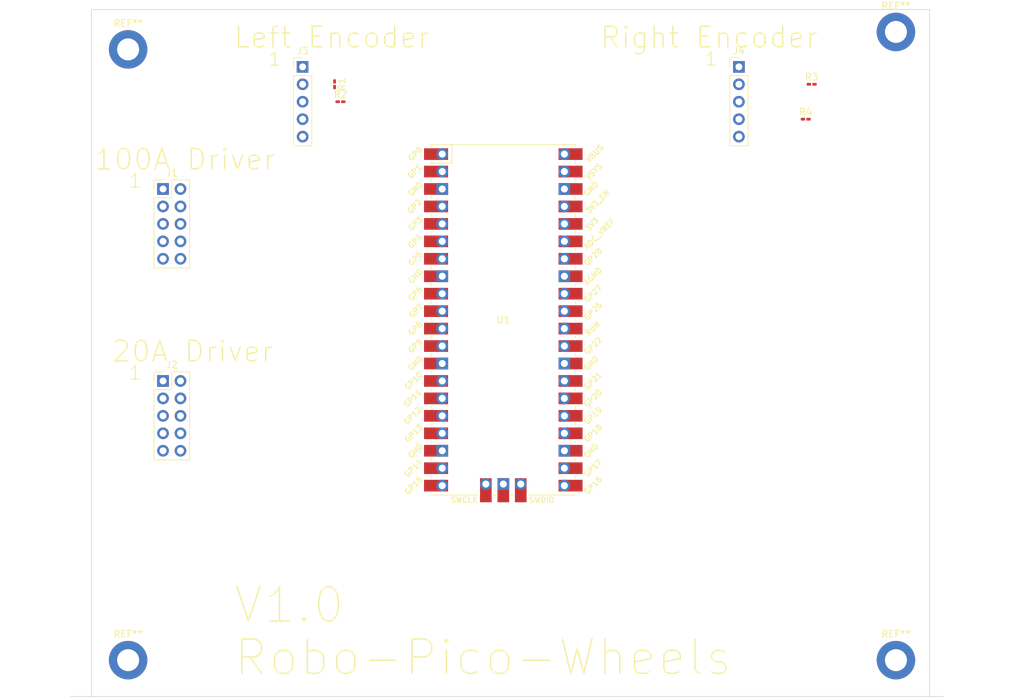
<source format=kicad_pcb>
(kicad_pcb (version 20221018) (generator pcbnew)
  (layers (0 "F.Cu" signal) (31 "B.Cu" signal) (34 "B.Paste" user) (35 "F.Paste" user) (36 "B.SilkS" user "B.Silkscreen") (37 "F.SilkS" user "F.Silkscreen") (38 "B.Mask" user) (39 "F.Mask" user) (44 "Edge.Cuts" user))
  (net 0 "")
  (net 1 "GND")
  (net 3 "/LEFTDIRA")
  (net 4 "/RIGHTDIRA")
  (net 5 "/LEFTDIRB")
  (net 6 "/RIGHTDIRB")
  (net 7 "/PWM_LEFT")
  (net 8 "/PWM_RIGHT")
  (net 9 "+5V")
  (net 11 "/LEFTENCA")
  (net 12 "/LEFTENCB")
  (net 13 "/RIGHTENCA")
  (net 14 "/RIGHTENCB")
  (net 15 "+3.3V")
  (footprint "MountingHole:MountingHole_3.2mm_M3_DIN965_Pad_TopBottom" (layer "F.Cu") (at 165.1 48.26)
    (fp_text reference "REF**" (at 0 -3.8) (layer "F.SilkS"))
    (fp_text value "MountingHole_3.2mm_M3_DIN965_Pad_TopBottom")
    (pad "1" thru_hole circle (at 0 0) (size 3.6 3.6) (drill 3.2) (layers "*.Cu" "*.Mask"))
    (pad "1" connect circle (at 0 0) (size 5.6 5.6) (layers "F.Cu" "F.Mask"))
    (pad "1" connect circle (at 0 0) (size 5.6 5.6) (layers "B.Cu" "B.Mask"))
  )
  (footprint "Resistor_SMD:R_0201_0603Metric_Pad0.64x0.40mm_HandSolder" (layer "F.Cu") (at 83.3875 55.88 -90)
    (fp_text reference "R1" (at 0 -1.05 90) (layer "F.SilkS"))
    (fp_text value "4.7K")
    (pad "1" smd roundrect (at -0.4075 0 270) (size 0.635 0.4) (layers "F.Cu" "F.Mask") (net 15 "+3.3V"))
    (pad "2" smd roundrect (at 0.4075 0 270) (size 0.635 0.4) (layers "F.Cu" "F.Mask") (net 11 "/LEFTENCA"))
  )
  (footprint "MCU_RaspberryPi_and_Boards:RPi_Pico_SMD_TH" (layer "F.Cu") (at 107.95 90.17)
    (fp_text reference "U1" (at 0 0) (layer "F.SilkS"))
    (fp_text value "Pico")
    (fp_text user "GP27" (at 13.054 -3.8 45) (layer "F.SilkS") (effects (font (size 0.8 0.8))))
    (fp_text user "GP17" (at 13.054 21.59 45) (layer "F.SilkS") (effects (font (size 0.8 0.8))))
    (fp_text user "GP18" (at 13.054 16.51 45) (layer "F.SilkS") (effects (font (size 0.8 0.8))))
    (fp_text user "GP20" (at 13.054 11.43 45) (layer "F.SilkS") (effects (font (size 0.8 0.8))))
    (fp_text user "GND" (at -12.8 -6.35 45) (layer "F.SilkS") (effects (font (size 0.8 0.8))))
    (fp_text user "GP28" (at 13.054 -9.144 45) (layer "F.SilkS") (effects (font (size 0.8 0.8))))
    (fp_text user "GP8" (at -12.8 1.27 45) (layer "F.SilkS") (effects (font (size 0.8 0.8))))
    (fp_text user "GP16" (at 13.054 24.13 45) (layer "F.SilkS") (effects (font (size 0.8 0.8))))
    (fp_text user "GP1" (at -12.9 -21.6 45) (layer "F.SilkS") (effects (font (size 0.8 0.8))))
    (fp_text user "GP15" (at -13.054 24.13 45) (layer "F.SilkS") (effects (font (size 0.8 0.8))))
    (fp_text user "VSYS" (at 13.2 -21.59 45) (layer "F.SilkS") (effects (font (size 0.8 0.8))))
    (fp_text user "GP0" (at -12.8 -24.13 45) (layer "F.SilkS") (effects (font (size 0.8 0.8))))
    (fp_text user "3V3_EN" (at 13.7 -17.2 45) (layer "F.SilkS") (effects (font (size 0.8 0.8))))
    (fp_text user "ADC_VREF" (at 14 -12.5 45) (layer "F.SilkS") (effects (font (size 0.8 0.8))))
    (fp_text user "GP13" (at -13.054 16.51 45) (layer "F.SilkS") (effects (font (size 0.8 0.8))))
    (fp_text user "GP10" (at -13.054 8.89 45) (layer "F.SilkS") (effects (font (size 0.8 0.8))))
    (fp_text user "GP2" (at -12.9 -16.51 45) (layer "F.SilkS") (effects (font (size 0.8 0.8))))
    (fp_text user "SWDIO" (at 5.6 26.2) (layer "F.SilkS") (effects (font (size 0.8 0.8))))
    (fp_text user "3V3" (at 12.9 -13.9 45) (layer "F.SilkS") (effects (font (size 0.8 0.8))))
    (fp_text user "GND" (at 12.8 -19.05 45) (layer "F.SilkS") (effects (font (size 0.8 0.8))))
    (fp_text user "GP21" (at 13.054 8.9 45) (layer "F.SilkS") (effects (font (size 0.8 0.8))))
    (fp_text user "GP19" (at 13.054 13.97 45) (layer "F.SilkS") (effects (font (size 0.8 0.8))))
    (fp_text user "GP14" (at -13.1 21.59 45) (layer "F.SilkS") (effects (font (size 0.8 0.8))))
    (fp_text user "GP11" (at -13.2 11.43 45) (layer "F.SilkS") (effects (font (size 0.8 0.8))))
    (fp_text user "GP5" (at -12.8 -8.89 45) (layer "F.SilkS") (effects (font (size 0.8 0.8))))
    (fp_text user "GND" (at -12.8 -19.05 45) (layer "F.SilkS") (effects (font (size 0.8 0.8))))
    (fp_text user "GP26" (at 13.054 -1.27 45) (layer "F.SilkS") (effects (font (size 0.8 0.8))))
    (fp_text user "GND" (at -12.8 19.05 45) (layer "F.SilkS") (effects (font (size 0.8 0.8))))
    (fp_text user "GP4" (at -12.8 -11.43 45) (layer "F.SilkS") (effects (font (size 0.8 0.8))))
    (fp_text user "GP7" (at -12.7 -1.3 45) (layer "F.SilkS") (effects (font (size 0.8 0.8))))
    (fp_text user "GP6" (at -12.8 -3.81 45) (layer "F.SilkS") (effects (font (size 0.8 0.8))))
    (fp_text user "AGND" (at 13.054 -6.35 45) (layer "F.SilkS") (effects (font (size 0.8 0.8))))
    (fp_text user "GP9" (at -12.8 3.81 45) (layer "F.SilkS") (effects (font (size 0.8 0.8))))
    (fp_text user "SWCLK" (at -5.7 26.2) (layer "F.SilkS") (effects (font (size 0.8 0.8))))
    (fp_text user "GND" (at -12.8 6.35 45) (layer "F.SilkS") (effects (font (size 0.8 0.8))))
    (fp_text user "GP3" (at -12.8 -13.97 45) (layer "F.SilkS") (effects (font (size 0.8 0.8))))
    (fp_text user "GP12" (at -13.2 13.97 45) (layer "F.SilkS") (effects (font (size 0.8 0.8))))
    (fp_text user "RUN" (at 13 1.27 45) (layer "F.SilkS") (effects (font (size 0.8 0.8))))
    (fp_text user "GND" (at 12.8 19.05 45) (layer "F.SilkS") (effects (font (size 0.8 0.8))))
    (fp_text user "GND" (at 12.8 6.35 45) (layer "F.SilkS") (effects (font (size 0.8 0.8))))
    (fp_text user "GP22" (at 13.054 3.81 45) (layer "F.SilkS") (effects (font (size 0.8 0.8))))
    (fp_text user "VBUS" (at 13.3 -24.2 45) (layer "F.SilkS") (effects (font (size 0.8 0.8))))
    (fp_line (start -10.5 -25.5) (end -10.5 -25.2) (stroke (width 0.12)) (layer "F.SilkS"))
    (fp_line (start -10.5 -25.5) (end 10.5 -25.5) (stroke (width 0.12)) (layer "F.SilkS"))
    (fp_line (start -10.5 -23.1) (end -10.5 -22.7) (stroke (width 0.12)) (layer "F.SilkS"))
    (fp_line (start -10.5 -22.833) (end -7.493 -22.833) (stroke (width 0.12)) (layer "F.SilkS"))
    (fp_line (start -10.5 -20.5) (end -10.5 -20.1) (stroke (width 0.12)) (layer "F.SilkS"))
    (fp_line (start -10.5 -18) (end -10.5 -17.6) (stroke (width 0.12)) (layer "F.SilkS"))
    (fp_line (start -10.5 -15.4) (end -10.5 -15) (stroke (width 0.12)) (layer "F.SilkS"))
    (fp_line (start -10.5 -12.9) (end -10.5 -12.5) (stroke (width 0.12)) (layer "F.SilkS"))
    (fp_line (start -10.5 -10.4) (end -10.5 -10) (stroke (width 0.12)) (layer "F.SilkS"))
    (fp_line (start -10.5 -7.8) (end -10.5 -7.4) (stroke (width 0.12)) (layer "F.SilkS"))
    (fp_line (start -10.5 -5.3) (end -10.5 -4.9) (stroke (width 0.12)) (layer "F.SilkS"))
    (fp_line (start -10.5 -2.7) (end -10.5 -2.3) (stroke (width 0.12)) (layer "F.SilkS"))
    (fp_line (start -10.5 -0.2) (end -10.5 0.2) (stroke (width 0.12)) (layer "F.SilkS"))
    (fp_line (start -10.5 2.3) (end -10.5 2.7) (stroke (width 0.12)) (layer "F.SilkS"))
    (fp_line (start -10.5 4.9) (end -10.5 5.3) (stroke (width 0.12)) (layer "F.SilkS"))
    (fp_line (start -10.5 7.4) (end -10.5 7.8) (stroke (width 0.12)) (layer "F.SilkS"))
    (fp_line (start -10.5 10) (end -10.5 10.4) (stroke (width 0.12)) (layer "F.SilkS"))
    (fp_line (start -10.5 12.5) (end -10.5 12.9) (stroke (width 0.12)) (layer "F.SilkS"))
    (fp_line (start -10.5 15.1) (end -10.5 15.5) (stroke (width 0.12)) (layer "F.SilkS"))
    (fp_line (start -10.5 17.6) (end -10.5 18) (stroke (width 0.12)) (layer "F.SilkS"))
    (fp_line (start -10.5 20.1) (end -10.5 20.5) (stroke (width 0.12)) (layer "F.SilkS"))
    (fp_line (start -10.5 22.7) (end -10.5 23.1) (stroke (width 0.12)) (layer "F.SilkS"))
    (fp_line (start -7.493 -22.833) (end -7.493 -25.5) (stroke (width 0.12)) (layer "F.SilkS"))
    (fp_line (start -3.7 25.5) (end -10.5 25.5) (stroke (width 0.12)) (layer "F.SilkS"))
    (fp_line (start -1.5 25.5) (end -1.1 25.5) (stroke (width 0.12)) (layer "F.SilkS"))
    (fp_line (start 1.1 25.5) (end 1.5 25.5) (stroke (width 0.12)) (layer "F.SilkS"))
    (fp_line (start 10.5 -25.5) (end 10.5 -25.2) (stroke (width 0.12)) (layer "F.SilkS"))
    (fp_line (start 10.5 -23.1) (end 10.5 -22.7) (stroke (width 0.12)) (layer "F.SilkS"))
    (fp_line (start 10.5 -20.5) (end 10.5 -20.1) (stroke (width 0.12)) (layer "F.SilkS"))
    (fp_line (start 10.5 -18) (end 10.5 -17.6) (stroke (width 0.12)) (layer "F.SilkS"))
    (fp_line (start 10.5 -15.4) (end 10.5 -15) (stroke (width 0.12)) (layer "F.SilkS"))
    (fp_line (start 10.5 -12.9) (end 10.5 -12.5) (stroke (width 0.12)) (layer "F.SilkS"))
    (fp_line (start 10.5 -10.4) (end 10.5 -10) (stroke (width 0.12)) (layer "F.SilkS"))
    (fp_line (start 10.5 -7.8) (end 10.5 -7.4) (stroke (width 0.12)) (layer "F.SilkS"))
    (fp_line (start 10.5 -5.3) (end 10.5 -4.9) (stroke (width 0.12)) (layer "F.SilkS"))
    (fp_line (start 10.5 -2.7) (end 10.5 -2.3) (stroke (width 0.12)) (layer "F.SilkS"))
    (fp_line (start 10.5 -0.2) (end 10.5 0.2) (stroke (width 0.12)) (layer "F.SilkS"))
    (fp_line (start 10.5 2.3) (end 10.5 2.7) (stroke (width 0.12)) (layer "F.SilkS"))
    (fp_line (start 10.5 4.9) (end 10.5 5.3) (stroke (width 0.12)) (layer "F.SilkS"))
    (fp_line (start 10.5 7.4) (end 10.5 7.8) (stroke (width 0.12)) (layer "F.SilkS"))
    (fp_line (start 10.5 10) (end 10.5 10.4) (stroke (width 0.12)) (layer "F.SilkS"))
    (fp_line (start 10.5 12.5) (end 10.5 12.9) (stroke (width 0.12)) (layer "F.SilkS"))
    (fp_line (start 10.5 15.1) (end 10.5 15.5) (stroke (width 0.12)) (layer "F.SilkS"))
    (fp_line (start 10.5 17.6) (end 10.5 18) (stroke (width 0.12)) (layer "F.SilkS"))
    (fp_line (start 10.5 20.1) (end 10.5 20.5) (stroke (width 0.12)) (layer "F.SilkS"))
    (fp_line (start 10.5 22.7) (end 10.5 23.1) (stroke (width 0.12)) (layer "F.SilkS"))
    (fp_line (start 10.5 25.5) (end 3.7 25.5) (stroke (width 0.12)) (layer "F.SilkS"))
    (pad "" np_thru_hole oval (at -2.725 -24) (size 1.8 1.8) (drill 1.8) (layers "*.Cu" "*.Mask"))
    (pad "" np_thru_hole oval (at -2.425 -20.97) (size 1.5 1.5) (drill 1.5) (layers "*.Cu" "*.Mask"))
    (pad "" np_thru_hole oval (at 2.425 -20.97) (size 1.5 1.5) (drill 1.5) (layers "*.Cu" "*.Mask"))
    (pad "" np_thru_hole oval (at 2.725 -24) (size 1.8 1.8) (drill 1.8) (layers "*.Cu" "*.Mask"))
    (pad "1" thru_hole oval (at -8.89 -24.13) (size 1.7 1.7) (drill 1.02) (layers "*.Cu" "*.Mask"))
    (pad "1" smd rect (at -8.89 -24.13) (size 3.5 1.7) (drill (offset -0.9 0)) (layers "F.Cu" "F.Mask"))
    (pad "2" thru_hole oval (at -8.89 -21.59) (size 1.7 1.7) (drill 1.02) (layers "*.Cu" "*.Mask") (net 7 "/PWM_LEFT"))
    (pad "2" smd rect (at -8.89 -21.59) (size 3.5 1.7) (drill (offset -0.9 0)) (layers "F.Cu" "F.Mask") (net 7 "/PWM_LEFT"))
    (pad "3" thru_hole rect (at -8.89 -19.05) (size 1.7 1.7) (drill 1.02) (layers "*.Cu" "*.Mask") (net 1 "GND"))
    (pad "3" smd rect (at -8.89 -19.05) (size 3.5 1.7) (drill (offset -0.9 0)) (layers "F.Cu" "F.Mask") (net 1 "GND"))
    (pad "4" thru_hole oval (at -8.89 -16.51) (size 1.7 1.7) (drill 1.02) (layers "*.Cu" "*.Mask") (net 3 "/LEFTDIRA"))
    (pad "4" smd rect (at -8.89 -16.51) (size 3.5 1.7) (drill (offset -0.9 0)) (layers "F.Cu" "F.Mask") (net 3 "/LEFTDIRA"))
    (pad "5" thru_hole oval (at -8.89 -13.97) (size 1.7 1.7) (drill 1.02) (layers "*.Cu" "*.Mask") (net 5 "/LEFTDIRB"))
    (pad "5" smd rect (at -8.89 -13.97) (size 3.5 1.7) (drill (offset -0.9 0)) (layers "F.Cu" "F.Mask") (net 5 "/LEFTDIRB"))
    (pad "6" thru_hole oval (at -8.89 -11.43) (size 1.7 1.7) (drill 1.02) (layers "*.Cu" "*.Mask") (net 11 "/LEFTENCA"))
    (pad "6" smd rect (at -8.89 -11.43) (size 3.5 1.7) (drill (offset -0.9 0)) (layers "F.Cu" "F.Mask") (net 11 "/LEFTENCA"))
    (pad "7" thru_hole oval (at -8.89 -8.89) (size 1.7 1.7) (drill 1.02) (layers "*.Cu" "*.Mask") (net 12 "/LEFTENCB"))
    (pad "7" smd rect (at -8.89 -8.89) (size 3.5 1.7) (drill (offset -0.9 0)) (layers "F.Cu" "F.Mask") (net 12 "/LEFTENCB"))
    (pad "8" thru_hole rect (at -8.89 -6.35) (size 1.7 1.7) (drill 1.02) (layers "*.Cu" "*.Mask") (net 1 "GND"))
    (pad "8" smd rect (at -8.89 -6.35) (size 3.5 1.7) (drill (offset -0.9 0)) (layers "F.Cu" "F.Mask") (net 1 "GND"))
    (pad "9" thru_hole oval (at -8.89 -3.81) (size 1.7 1.7) (drill 1.02) (layers "*.Cu" "*.Mask") (net 13 "/RIGHTENCA"))
    (pad "9" smd rect (at -8.89 -3.81) (size 3.5 1.7) (drill (offset -0.9 0)) (layers "F.Cu" "F.Mask") (net 13 "/RIGHTENCA"))
    (pad "10" thru_hole oval (at -8.89 -1.27) (size 1.7 1.7) (drill 1.02) (layers "*.Cu" "*.Mask") (net 14 "/RIGHTENCB"))
    (pad "10" smd rect (at -8.89 -1.27) (size 3.5 1.7) (drill (offset -0.9 0)) (layers "F.Cu" "F.Mask") (net 14 "/RIGHTENCB"))
    (pad "11" thru_hole oval (at -8.89 1.27) (size 1.7 1.7) (drill 1.02) (layers "*.Cu" "*.Mask") (net 8 "/PWM_RIGHT"))
    (pad "11" smd rect (at -8.89 1.27) (size 3.5 1.7) (drill (offset -0.9 0)) (layers "F.Cu" "F.Mask") (net 8 "/PWM_RIGHT"))
    (pad "12" thru_hole oval (at -8.89 3.81) (size 1.7 1.7) (drill 1.02) (layers "*.Cu" "*.Mask") (net 4 "/RIGHTDIRA"))
    (pad "12" smd rect (at -8.89 3.81) (size 3.5 1.7) (drill (offset -0.9 0)) (layers "F.Cu" "F.Mask") (net 4 "/RIGHTDIRA"))
    (pad "13" thru_hole rect (at -8.89 6.35) (size 1.7 1.7) (drill 1.02) (layers "*.Cu" "*.Mask") (net 1 "GND"))
    (pad "13" smd rect (at -8.89 6.35) (size 3.5 1.7) (drill (offset -0.9 0)) (layers "F.Cu" "F.Mask") (net 1 "GND"))
    (pad "14" thru_hole oval (at -8.89 8.89) (size 1.7 1.7) (drill 1.02) (layers "*.Cu" "*.Mask") (net 6 "/RIGHTDIRB"))
    (pad "14" smd rect (at -8.89 8.89) (size 3.5 1.7) (drill (offset -0.9 0)) (layers "F.Cu" "F.Mask") (net 6 "/RIGHTDIRB"))
    (pad "15" thru_hole oval (at -8.89 11.43) (size 1.7 1.7) (drill 1.02) (layers "*.Cu" "*.Mask"))
    (pad "15" smd rect (at -8.89 11.43) (size 3.5 1.7) (drill (offset -0.9 0)) (layers "F.Cu" "F.Mask"))
    (pad "16" thru_hole oval (at -8.89 13.97) (size 1.7 1.7) (drill 1.02) (layers "*.Cu" "*.Mask"))
    (pad "16" smd rect (at -8.89 13.97) (size 3.5 1.7) (drill (offset -0.9 0)) (layers "F.Cu" "F.Mask"))
    (pad "17" thru_hole oval (at -8.89 16.51) (size 1.7 1.7) (drill 1.02) (layers "*.Cu" "*.Mask"))
    (pad "17" smd rect (at -8.89 16.51) (size 3.5 1.7) (drill (offset -0.9 0)) (layers "F.Cu" "F.Mask"))
    (pad "18" thru_hole rect (at -8.89 19.05) (size 1.7 1.7) (drill 1.02) (layers "*.Cu" "*.Mask") (net 1 "GND"))
    (pad "18" smd rect (at -8.89 19.05) (size 3.5 1.7) (drill (offset -0.9 0)) (layers "F.Cu" "F.Mask") (net 1 "GND"))
    (pad "19" thru_hole oval (at -8.89 21.59) (size 1.7 1.7) (drill 1.02) (layers "*.Cu" "*.Mask"))
    (pad "19" smd rect (at -8.89 21.59) (size 3.5 1.7) (drill (offset -0.9 0)) (layers "F.Cu" "F.Mask"))
    (pad "20" thru_hole oval (at -8.89 24.13) (size 1.7 1.7) (drill 1.02) (layers "*.Cu" "*.Mask"))
    (pad "20" smd rect (at -8.89 24.13) (size 3.5 1.7) (drill (offset -0.9 0)) (layers "F.Cu" "F.Mask"))
    (pad "21" thru_hole oval (at 8.89 24.13) (size 1.7 1.7) (drill 1.02) (layers "*.Cu" "*.Mask"))
    (pad "21" smd rect (at 8.89 24.13) (size 3.5 1.7) (drill (offset 0.9 0)) (layers "F.Cu" "F.Mask"))
    (pad "22" thru_hole oval (at 8.89 21.59) (size 1.7 1.7) (drill 1.02) (layers "*.Cu" "*.Mask"))
    (pad "22" smd rect (at 8.89 21.59) (size 3.5 1.7) (drill (offset 0.9 0)) (layers "F.Cu" "F.Mask"))
    (pad "23" thru_hole rect (at 8.89 19.05) (size 1.7 1.7) (drill 1.02) (layers "*.Cu" "*.Mask") (net 1 "GND"))
    (pad "23" smd rect (at 8.89 19.05) (size 3.5 1.7) (drill (offset 0.9 0)) (layers "F.Cu" "F.Mask") (net 1 "GND"))
    (pad "24" thru_hole oval (at 8.89 16.51) (size 1.7 1.7) (drill 1.02) (layers "*.Cu" "*.Mask"))
    (pad "24" smd rect (at 8.89 16.51) (size 3.5 1.7) (drill (offset 0.9 0)) (layers "F.Cu" "F.Mask"))
    (pad "25" thru_hole oval (at 8.89 13.97) (size 1.7 1.7) (drill 1.02) (layers "*.Cu" "*.Mask"))
    (pad "25" smd rect (at 8.89 13.97) (size 3.5 1.7) (drill (offset 0.9 0)) (layers "F.Cu" "F.Mask"))
    (pad "26" thru_hole oval (at 8.89 11.43) (size 1.7 1.7) (drill 1.02) (layers "*.Cu" "*.Mask"))
    (pad "26" smd rect (at 8.89 11.43) (size 3.5 1.7) (drill (offset 0.9 0)) (layers "F.Cu" "F.Mask"))
    (pad "27" thru_hole oval (at 8.89 8.89) (size 1.7 1.7) (drill 1.02) (layers "*.Cu" "*.Mask"))
    (pad "27" smd rect (at 8.89 8.89) (size 3.5 1.7) (drill (offset 0.9 0)) (layers "F.Cu" "F.Mask"))
    (pad "28" thru_hole rect (at 8.89 6.35) (size 1.7 1.7) (drill 1.02) (layers "*.Cu" "*.Mask") (net 1 "GND"))
    (pad "28" smd rect (at 8.89 6.35) (size 3.5 1.7) (drill (offset 0.9 0)) (layers "F.Cu" "F.Mask") (net 1 "GND"))
    (pad "29" thru_hole oval (at 8.89 3.81) (size 1.7 1.7) (drill 1.02) (layers "*.Cu" "*.Mask"))
    (pad "29" smd rect (at 8.89 3.81) (size 3.5 1.7) (drill (offset 0.9 0)) (layers "F.Cu" "F.Mask"))
    (pad "30" thru_hole oval (at 8.89 1.27) (size 1.7 1.7) (drill 1.02) (layers "*.Cu" "*.Mask"))
    (pad "30" smd rect (at 8.89 1.27) (size 3.5 1.7) (drill (offset 0.9 0)) (layers "F.Cu" "F.Mask"))
    (pad "31" thru_hole oval (at 8.89 -1.27) (size 1.7 1.7) (drill 1.02) (layers "*.Cu" "*.Mask"))
    (pad "31" smd rect (at 8.89 -1.27) (size 3.5 1.7) (drill (offset 0.9 0)) (layers "F.Cu" "F.Mask"))
    (pad "32" thru_hole oval (at 8.89 -3.81) (size 1.7 1.7) (drill 1.02) (layers "*.Cu" "*.Mask"))
    (pad "32" smd rect (at 8.89 -3.81) (size 3.5 1.7) (drill (offset 0.9 0)) (layers "F.Cu" "F.Mask"))
    (pad "33" thru_hole rect (at 8.89 -6.35) (size 1.7 1.7) (drill 1.02) (layers "*.Cu" "*.Mask"))
    (pad "33" smd rect (at 8.89 -6.35) (size 3.5 1.7) (drill (offset 0.9 0)) (layers "F.Cu" "F.Mask"))
    (pad "34" thru_hole oval (at 8.89 -8.89) (size 1.7 1.7) (drill 1.02) (layers "*.Cu" "*.Mask"))
    (pad "34" smd rect (at 8.89 -8.89) (size 3.5 1.7) (drill (offset 0.9 0)) (layers "F.Cu" "F.Mask"))
    (pad "35" thru_hole oval (at 8.89 -11.43) (size 1.7 1.7) (drill 1.02) (layers "*.Cu" "*.Mask"))
    (pad "35" smd rect (at 8.89 -11.43) (size 3.5 1.7) (drill (offset 0.9 0)) (layers "F.Cu" "F.Mask"))
    (pad "36" thru_hole oval (at 8.89 -13.97) (size 1.7 1.7) (drill 1.02) (layers "*.Cu" "*.Mask"))
    (pad "36" smd rect (at 8.89 -13.97) (size 3.5 1.7) (drill (offset 0.9 0)) (layers "F.Cu" "F.Mask"))
    (pad "37" thru_hole oval (at 8.89 -16.51) (size 1.7 1.7) (drill 1.02) (layers "*.Cu" "*.Mask"))
    (pad "37" smd rect (at 8.89 -16.51) (size 3.5 1.7) (drill (offset 0.9 0)) (layers "F.Cu" "F.Mask"))
    (pad "38" thru_hole rect (at 8.89 -19.05) (size 1.7 1.7) (drill 1.02) (layers "*.Cu" "*.Mask") (net 1 "GND"))
    (pad "38" smd rect (at 8.89 -19.05) (size 3.5 1.7) (drill (offset 0.9 0)) (layers "F.Cu" "F.Mask") (net 1 "GND"))
    (pad "39" thru_hole oval (at 8.89 -21.59) (size 1.7 1.7) (drill 1.02) (layers "*.Cu" "*.Mask"))
    (pad "39" smd rect (at 8.89 -21.59) (size 3.5 1.7) (drill (offset 0.9 0)) (layers "F.Cu" "F.Mask"))
    (pad "40" thru_hole oval (at 8.89 -24.13) (size 1.7 1.7) (drill 1.02) (layers "*.Cu" "*.Mask"))
    (pad "40" smd rect (at 8.89 -24.13) (size 3.5 1.7) (drill (offset 0.9 0)) (layers "F.Cu" "F.Mask"))
    (pad "41" thru_hole oval (at -2.54 23.9) (size 1.7 1.7) (drill 1.02) (layers "*.Cu" "*.Mask"))
    (pad "41" smd rect (at -2.54 23.9 90) (size 3.5 1.7) (drill (offset -0.9 0)) (layers "F.Cu" "F.Mask"))
    (pad "42" thru_hole rect (at 0 23.9) (size 1.7 1.7) (drill 1.02) (layers "*.Cu" "*.Mask") (net 1 "GND"))
    (pad "42" smd rect (at 0 23.9 90) (size 3.5 1.7) (drill (offset -0.9 0)) (layers "F.Cu" "F.Mask") (net 1 "GND"))
    (pad "43" thru_hole oval (at 2.54 23.9) (size 1.7 1.7) (drill 1.02) (layers "*.Cu" "*.Mask"))
    (pad "43" smd rect (at 2.54 23.9 90) (size 3.5 1.7) (drill (offset -0.9 0)) (layers "F.Cu" "F.Mask"))
  )
  (footprint "Connector_PinHeader_2.54mm:PinHeader_2x05_P2.54mm_Vertical" (layer "F.Cu") (at 58.42 71.12)
    (fp_text reference "J1" (at 1.27 -2.33) (layer "F.SilkS"))
    (fp_text value "Conn_02x05_Odd_Even")
    (fp_line (start -1.33 -1.33) (end 0 -1.33) (stroke (width 0.12)) (layer "F.SilkS"))
    (fp_line (start -1.33 0) (end -1.33 -1.33) (stroke (width 0.12)) (layer "F.SilkS"))
    (fp_line (start -1.33 1.27) (end -1.33 11.49) (stroke (width 0.12)) (layer "F.SilkS"))
    (fp_line (start -1.33 1.27) (end 1.27 1.27) (stroke (width 0.12)) (layer "F.SilkS"))
    (fp_line (start -1.33 11.49) (end 3.87 11.49) (stroke (width 0.12)) (layer "F.SilkS"))
    (fp_line (start 1.27 -1.33) (end 3.87 -1.33) (stroke (width 0.12)) (layer "F.SilkS"))
    (fp_line (start 1.27 1.27) (end 1.27 -1.33) (stroke (width 0.12)) (layer "F.SilkS"))
    (fp_line (start 3.87 -1.33) (end 3.87 11.49) (stroke (width 0.12)) (layer "F.SilkS"))
    (pad "1" thru_hole rect (at 0 0) (size 1.7 1.7) (drill 1) (layers "*.Cu" "*.Mask") (net 1 "GND"))
    (pad "2" thru_hole oval (at 2.54 0) (size 1.7 1.7) (drill 1) (layers "*.Cu" "*.Mask"))
    (pad "3" thru_hole oval (at 0 2.54) (size 1.7 1.7) (drill 1) (layers "*.Cu" "*.Mask") (net 3 "/LEFTDIRA"))
    (pad "4" thru_hole oval (at 2.54 2.54) (size 1.7 1.7) (drill 1) (layers "*.Cu" "*.Mask") (net 4 "/RIGHTDIRA"))
    (pad "5" thru_hole oval (at 0 5.08) (size 1.7 1.7) (drill 1) (layers "*.Cu" "*.Mask") (net 5 "/LEFTDIRB"))
    (pad "6" thru_hole oval (at 2.54 5.08) (size 1.7 1.7) (drill 1) (layers "*.Cu" "*.Mask") (net 6 "/RIGHTDIRB"))
    (pad "7" thru_hole oval (at 0 7.62) (size 1.7 1.7) (drill 1) (layers "*.Cu" "*.Mask") (net 7 "/PWM_LEFT"))
    (pad "8" thru_hole oval (at 2.54 7.62) (size 1.7 1.7) (drill 1) (layers "*.Cu" "*.Mask") (net 8 "/PWM_RIGHT"))
    (pad "9" thru_hole oval (at 0 10.16) (size 1.7 1.7) (drill 1) (layers "*.Cu" "*.Mask") (net 9 "+5V"))
    (pad "10" thru_hole oval (at 2.54 10.16) (size 1.7 1.7) (drill 1) (layers "*.Cu" "*.Mask"))
  )
  (footprint "Connector_PinHeader_2.54mm:PinHeader_1x05_P2.54mm_Vertical" (layer "F.Cu") (at 142.24 53.34)
    (fp_text reference "J4" (at 0 -2.33) (layer "F.SilkS"))
    (fp_text value "Conn_01x05_Pin")
    (fp_line (start -1.33 -1.33) (end 0 -1.33) (stroke (width 0.12)) (layer "F.SilkS"))
    (fp_line (start -1.33 0) (end -1.33 -1.33) (stroke (width 0.12)) (layer "F.SilkS"))
    (fp_line (start -1.33 1.27) (end -1.33 11.49) (stroke (width 0.12)) (layer "F.SilkS"))
    (fp_line (start -1.33 1.27) (end 1.33 1.27) (stroke (width 0.12)) (layer "F.SilkS"))
    (fp_line (start -1.33 11.49) (end 1.33 11.49) (stroke (width 0.12)) (layer "F.SilkS"))
    (fp_line (start 1.33 1.27) (end 1.33 11.49) (stroke (width 0.12)) (layer "F.SilkS"))
    (pad "1" thru_hole rect (at 0 0) (size 1.7 1.7) (drill 1) (layers "*.Cu" "*.Mask") (net 9 "+5V"))
    (pad "2" thru_hole oval (at 0 2.54) (size 1.7 1.7) (drill 1) (layers "*.Cu" "*.Mask") (net 13 "/RIGHTENCA"))
    (pad "3" thru_hole oval (at 0 5.08) (size 1.7 1.7) (drill 1) (layers "*.Cu" "*.Mask") (net 14 "/RIGHTENCB"))
    (pad "4" thru_hole oval (at 0 7.62) (size 1.7 1.7) (drill 1) (layers "*.Cu" "*.Mask") (net 1 "GND"))
    (pad "5" thru_hole oval (at 0 10.16) (size 1.7 1.7) (drill 1) (layers "*.Cu" "*.Mask") (net 1 "GND"))
  )
  (footprint "MountingHole:MountingHole_3.2mm_M3_DIN965_Pad_TopBottom" (layer "F.Cu") (at 53.34 50.8)
    (fp_text reference "REF**" (at 0 -3.8) (layer "F.SilkS"))
    (fp_text value "MountingHole_3.2mm_M3_DIN965_Pad_TopBottom")
    (pad "1" thru_hole circle (at 0 0) (size 3.6 3.6) (drill 3.2) (layers "*.Cu" "*.Mask"))
    (pad "1" connect circle (at 0 0) (size 5.6 5.6) (layers "F.Cu" "F.Mask"))
    (pad "1" connect circle (at 0 0) (size 5.6 5.6) (layers "B.Cu" "B.Mask"))
  )
  (footprint "Connector_PinHeader_2.54mm:PinHeader_2x05_P2.54mm_Vertical" (layer "F.Cu") (at 58.42 99.06)
    (fp_text reference "J2" (at 1.27 -2.33) (layer "F.SilkS"))
    (fp_text value "Conn_02x05_Odd_Even")
    (fp_line (start -1.33 -1.33) (end 0 -1.33) (stroke (width 0.12)) (layer "F.SilkS"))
    (fp_line (start -1.33 0) (end -1.33 -1.33) (stroke (width 0.12)) (layer "F.SilkS"))
    (fp_line (start -1.33 1.27) (end -1.33 11.49) (stroke (width 0.12)) (layer "F.SilkS"))
    (fp_line (start -1.33 1.27) (end 1.27 1.27) (stroke (width 0.12)) (layer "F.SilkS"))
    (fp_line (start -1.33 11.49) (end 3.87 11.49) (stroke (width 0.12)) (layer "F.SilkS"))
    (fp_line (start 1.27 -1.33) (end 3.87 -1.33) (stroke (width 0.12)) (layer "F.SilkS"))
    (fp_line (start 1.27 1.27) (end 1.27 -1.33) (stroke (width 0.12)) (layer "F.SilkS"))
    (fp_line (start 3.87 -1.33) (end 3.87 11.49) (stroke (width 0.12)) (layer "F.SilkS"))
    (pad "1" thru_hole rect (at 0 0) (size 1.7 1.7) (drill 1) (layers "*.Cu" "*.Mask") (net 9 "+5V"))
    (pad "2" thru_hole oval (at 2.54 0) (size 1.7 1.7) (drill 1) (layers "*.Cu" "*.Mask") (net 9 "+5V"))
    (pad "3" thru_hole oval (at 0 2.54) (size 1.7 1.7) (drill 1) (layers "*.Cu" "*.Mask") (net 7 "/PWM_LEFT"))
    (pad "4" thru_hole oval (at 2.54 2.54) (size 1.7 1.7) (drill 1) (layers "*.Cu" "*.Mask") (net 8 "/PWM_RIGHT"))
    (pad "5" thru_hole oval (at 0 5.08) (size 1.7 1.7) (drill 1) (layers "*.Cu" "*.Mask") (net 3 "/LEFTDIRA"))
    (pad "6" thru_hole oval (at 2.54 5.08) (size 1.7 1.7) (drill 1) (layers "*.Cu" "*.Mask") (net 4 "/RIGHTDIRA"))
    (pad "7" thru_hole oval (at 0 7.62) (size 1.7 1.7) (drill 1) (layers "*.Cu" "*.Mask") (net 5 "/LEFTDIRB"))
    (pad "8" thru_hole oval (at 2.54 7.62) (size 1.7 1.7) (drill 1) (layers "*.Cu" "*.Mask") (net 6 "/RIGHTDIRB"))
    (pad "9" thru_hole oval (at 0 10.16) (size 1.7 1.7) (drill 1) (layers "*.Cu" "*.Mask") (net 1 "GND"))
    (pad "10" thru_hole oval (at 2.54 10.16) (size 1.7 1.7) (drill 1) (layers "*.Cu" "*.Mask") (net 1 "GND"))
  )
  (footprint "MountingHole:MountingHole_3.2mm_M3_DIN965_Pad_TopBottom" (layer "F.Cu") (at 165.1 139.7)
    (fp_text reference "REF**" (at 0 -3.8) (layer "F.SilkS"))
    (fp_text value "MountingHole_3.2mm_M3_DIN965_Pad_TopBottom")
    (pad "1" thru_hole circle (at 0 0) (size 3.6 3.6) (drill 3.2) (layers "*.Cu" "*.Mask"))
    (pad "1" connect circle (at 0 0) (size 5.6 5.6) (layers "F.Cu" "F.Mask"))
    (pad "1" connect circle (at 0 0) (size 5.6 5.6) (layers "B.Cu" "B.Mask"))
  )
  (footprint "Resistor_SMD:R_0201_0603Metric_Pad0.64x0.40mm_HandSolder" (layer "F.Cu") (at 84.2525 58.42)
    (fp_text reference "R2" (at 0 -1.05) (layer "F.SilkS"))
    (fp_text value "4.7K")
    (pad "1" smd roundrect (at -0.4075 0) (size 0.635 0.4) (layers "F.Cu" "F.Mask") (net 15 "+3.3V"))
    (pad "2" smd roundrect (at 0.4075 0) (size 0.635 0.4) (layers "F.Cu" "F.Mask") (net 12 "/LEFTENCB"))
  )
  (footprint "MountingHole:MountingHole_3.2mm_M3_DIN965_Pad_TopBottom" (layer "F.Cu") (at 53.34 139.7)
    (fp_text reference "REF**" (at 0 -3.8) (layer "F.SilkS"))
    (fp_text value "MountingHole_3.2mm_M3_DIN965_Pad_TopBottom")
    (pad "1" thru_hole circle (at 0 0) (size 3.6 3.6) (drill 3.2) (layers "*.Cu" "*.Mask"))
    (pad "1" connect circle (at 0 0) (size 5.6 5.6) (layers "F.Cu" "F.Mask"))
    (pad "1" connect circle (at 0 0) (size 5.6 5.6) (layers "B.Cu" "B.Mask"))
  )
  (footprint "Resistor_SMD:R_0201_0603Metric_Pad0.64x0.40mm_HandSolder" (layer "F.Cu") (at 152.8325 55.88)
    (fp_text reference "R3" (at 0 -1.05) (layer "F.SilkS"))
    (fp_text value "4.7K")
    (pad "1" smd roundrect (at -0.4075 0) (size 0.635 0.4) (layers "F.Cu" "F.Mask") (net 15 "+3.3V"))
    (pad "2" smd roundrect (at 0.4075 0) (size 0.635 0.4) (layers "F.Cu" "F.Mask") (net 13 "/RIGHTENCA"))
  )
  (footprint "Connector_PinHeader_2.54mm:PinHeader_1x05_P2.54mm_Vertical" (layer "F.Cu") (at 78.74 53.34)
    (fp_text reference "J3" (at 0 -2.33) (layer "F.SilkS"))
    (fp_text value "Conn_01x05_Pin")
    (fp_line (start -1.33 -1.33) (end 0 -1.33) (stroke (width 0.12)) (layer "F.SilkS"))
    (fp_line (start -1.33 0) (end -1.33 -1.33) (stroke (width 0.12)) (layer "F.SilkS"))
    (fp_line (start -1.33 1.27) (end -1.33 11.49) (stroke (width 0.12)) (layer "F.SilkS"))
    (fp_line (start -1.33 1.27) (end 1.33 1.27) (stroke (width 0.12)) (layer "F.SilkS"))
    (fp_line (start -1.33 11.49) (end 1.33 11.49) (stroke (width 0.12)) (layer "F.SilkS"))
    (fp_line (start 1.33 1.27) (end 1.33 11.49) (stroke (width 0.12)) (layer "F.SilkS"))
    (pad "1" thru_hole rect (at 0 0) (size 1.7 1.7) (drill 1) (layers "*.Cu" "*.Mask") (net 9 "+5V"))
    (pad "2" thru_hole oval (at 0 2.54) (size 1.7 1.7) (drill 1) (layers "*.Cu" "*.Mask") (net 11 "/LEFTENCA"))
    (pad "3" thru_hole oval (at 0 5.08) (size 1.7 1.7) (drill 1) (layers "*.Cu" "*.Mask") (net 12 "/LEFTENCB"))
    (pad "4" thru_hole oval (at 0 7.62) (size 1.7 1.7) (drill 1) (layers "*.Cu" "*.Mask") (net 1 "GND"))
    (pad "5" thru_hole oval (at 0 10.16) (size 1.7 1.7) (drill 1) (layers "*.Cu" "*.Mask") (net 1 "GND"))
  )
  (footprint "Resistor_SMD:R_0201_0603Metric_Pad0.64x0.40mm_HandSolder" (layer "F.Cu") (at 151.9675 60.96)
    (fp_text reference "R4" (at 0 -1.05) (layer "F.SilkS"))
    (fp_text value "4.7K")
    (pad "1" smd roundrect (at -0.4075 0) (size 0.635 0.4) (layers "F.Cu" "F.Mask") (net 15 "+3.3V"))
    (pad "2" smd roundrect (at 0.4075 0) (size 0.635 0.4) (layers "F.Cu" "F.Mask") (net 14 "/RIGHTENCB"))
  )
  (gr_line (start 172 145) (end 45 145) (stroke (width 0.1)) (layer "Edge.Cuts"))
  (gr_line (start 170 45) (end 170 145) (stroke (width 0.1)) (layer "Edge.Cuts"))
  (gr_line (start 48 145) (end 48 45) (stroke (width 0.1)) (layer "Edge.Cuts"))
  (gr_line (start 48 45) (end 170 45) (stroke (width 0.1)) (layer "Edge.Cuts"))
  (gr_text "V1.0" (at 68.58 134.62) (layer "F.SilkS") (effects (font (size 5 5) (thickness 0.2)) (justify left bottom)))
  (gr_text "Robo-Pico-Wheels" (at 68.58 142.24) (layer "F.SilkS") (effects (font (size 5 5) (thickness 0.2)) (justify left bottom)))
  (gr_text "100A Driver" (at 48.26 68.58) (layer "F.SilkS") (effects (font (size 3 3) (thickness 0.2)) (justify left bottom)))
  (gr_text "1" (at 73.66 53.34) (layer "F.SilkS") (effects (font (size 2 2)) (justify left bottom)))
  (gr_text "1" (at 53.34 99.06) (layer "F.SilkS") (effects (font (size 2 2)) (justify left bottom)))
  (gr_text "1" (at 53.34 71.12) (layer "F.SilkS") (effects (font (size 2 2)) (justify left bottom)))
  (gr_text "Left Encoder" (at 68.58 50.8) (layer "F.SilkS") (effects (font (size 3 3) (thickness 0.2)) (justify left bottom)))
  (gr_text "20A Driver" (at 50.8 96.52) (layer "F.SilkS") (effects (font (size 3 3) (thickness 0.2)) (justify left bottom)))
  (gr_text "Right Encoder" (at 121.92 50.8) (layer "F.SilkS") (effects (font (size 3 3) (thickness 0.2)) (justify left bottom)))
  (gr_text "1" (at 137.16 53.34) (layer "F.SilkS") (effects (font (size 2 2)) (justify left bottom)))
)
</source>
